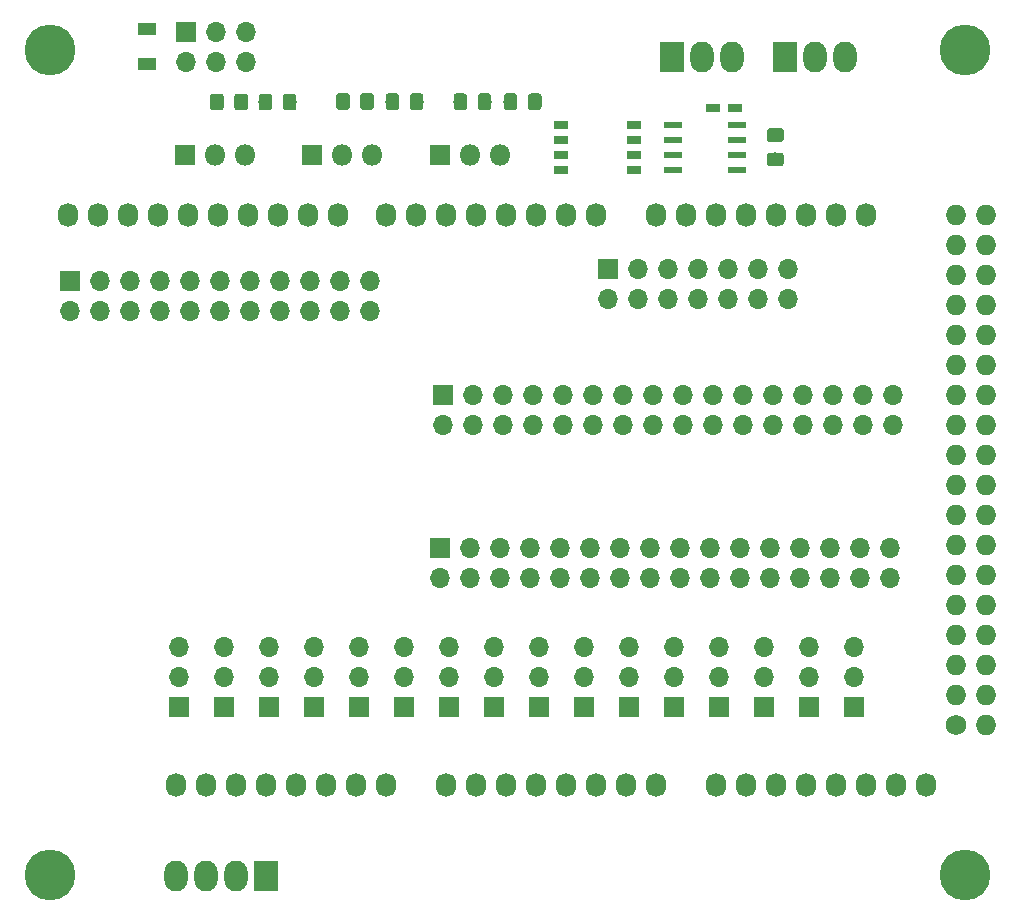
<source format=gbr>
G04 #@! TF.GenerationSoftware,KiCad,Pcbnew,(5.1.4)-1*
G04 #@! TF.CreationDate,2019-12-11T21:30:26-08:00*
G04 #@! TF.ProjectId,MEGA IO,4d454741-2049-44f2-9e6b-696361645f70,-*
G04 #@! TF.SameCoordinates,Original*
G04 #@! TF.FileFunction,Soldermask,Top*
G04 #@! TF.FilePolarity,Negative*
%FSLAX46Y46*%
G04 Gerber Fmt 4.6, Leading zero omitted, Abs format (unit mm)*
G04 Created by KiCad (PCBNEW (5.1.4)-1) date 2019-12-11 21:30:26*
%MOMM*%
%LPD*%
G04 APERTURE LIST*
%ADD10R,2.000000X2.600000*%
%ADD11O,2.000000X2.600000*%
%ADD12R,1.200000X0.750000*%
%ADD13R,1.600000X1.000000*%
%ADD14R,1.700000X1.700000*%
%ADD15O,1.700000X1.700000*%
%ADD16C,4.300000*%
%ADD17R,1.550000X0.600000*%
%ADD18R,1.800000X1.800000*%
%ADD19O,1.800000X1.800000*%
%ADD20C,1.727200*%
%ADD21O,1.727200X1.727200*%
%ADD22O,1.727200X2.032000*%
%ADD23R,1.250000X0.760000*%
%ADD24C,0.100000*%
%ADD25C,1.150000*%
G04 APERTURE END LIST*
D10*
X136398000Y-126873000D03*
D11*
X133858000Y-126873000D03*
X131318000Y-126873000D03*
X128778000Y-126873000D03*
D12*
X176133800Y-61798200D03*
X174233800Y-61798200D03*
D13*
X126365000Y-55118000D03*
X126365000Y-58118000D03*
D14*
X129667000Y-55372000D03*
D15*
X129667000Y-57912000D03*
X132207000Y-55372000D03*
X132207000Y-57912000D03*
X134747000Y-55372000D03*
X134747000Y-57912000D03*
D16*
X118110000Y-126746000D03*
D17*
X170900000Y-63306000D03*
X170900000Y-64576000D03*
X170900000Y-65846000D03*
X170900000Y-67116000D03*
X176300000Y-67116000D03*
X176300000Y-65846000D03*
X176300000Y-64576000D03*
X176300000Y-63306000D03*
D18*
X140335000Y-65786000D03*
D19*
X142875000Y-65786000D03*
X145415000Y-65786000D03*
D20*
X194818000Y-114046000D03*
D21*
X197358000Y-114046000D03*
X194818000Y-111506000D03*
X197358000Y-111506000D03*
X194818000Y-108966000D03*
X197358000Y-108966000D03*
X194818000Y-106426000D03*
X197358000Y-106426000D03*
X194818000Y-103886000D03*
X197358000Y-103886000D03*
X194818000Y-101346000D03*
X197358000Y-101346000D03*
X194818000Y-98806000D03*
X197358000Y-98806000D03*
X194818000Y-96266000D03*
X197358000Y-96266000D03*
X194818000Y-93726000D03*
X197358000Y-93726000D03*
X194818000Y-91186000D03*
X197358000Y-91186000D03*
X194818000Y-88646000D03*
X197358000Y-88646000D03*
X194818000Y-86106000D03*
X197358000Y-86106000D03*
X194818000Y-83566000D03*
X197358000Y-83566000D03*
X194818000Y-81026000D03*
X197358000Y-81026000D03*
X194818000Y-78486000D03*
X197358000Y-78486000D03*
X194818000Y-75946000D03*
X197358000Y-75946000D03*
X194818000Y-73406000D03*
X197358000Y-73406000D03*
X194818000Y-70866000D03*
X197358000Y-70866000D03*
D22*
X128778000Y-119126000D03*
X131318000Y-119126000D03*
X133858000Y-119126000D03*
X136398000Y-119126000D03*
X138938000Y-119126000D03*
X141478000Y-119126000D03*
X144018000Y-119126000D03*
X146558000Y-119126000D03*
X151638000Y-119126000D03*
X154178000Y-119126000D03*
X156718000Y-119126000D03*
X159258000Y-119126000D03*
X161798000Y-119126000D03*
X164338000Y-119126000D03*
X166878000Y-119126000D03*
X169418000Y-119126000D03*
X174498000Y-119126000D03*
X177038000Y-119126000D03*
X179578000Y-119126000D03*
X182118000Y-119126000D03*
X184658000Y-119126000D03*
X187198000Y-119126000D03*
X189738000Y-119126000D03*
X192278000Y-119126000D03*
X119634000Y-70866000D03*
X122174000Y-70866000D03*
X124714000Y-70866000D03*
X127254000Y-70866000D03*
X129794000Y-70866000D03*
X132334000Y-70866000D03*
X134874000Y-70866000D03*
X137414000Y-70866000D03*
X139954000Y-70866000D03*
X142494000Y-70866000D03*
X146558000Y-70866000D03*
X149098000Y-70866000D03*
X151638000Y-70866000D03*
X154178000Y-70866000D03*
X156718000Y-70866000D03*
X159258000Y-70866000D03*
X161798000Y-70866000D03*
X164338000Y-70866000D03*
X169418000Y-70866000D03*
X171958000Y-70866000D03*
X174498000Y-70866000D03*
X177038000Y-70866000D03*
X179578000Y-70866000D03*
X182118000Y-70866000D03*
X184658000Y-70866000D03*
X187198000Y-70866000D03*
D10*
X170815000Y-57531000D03*
D11*
X173355000Y-57531000D03*
X175895000Y-57531000D03*
D10*
X180340000Y-57531000D03*
D11*
X182880000Y-57531000D03*
X185420000Y-57531000D03*
D16*
X195580000Y-126746000D03*
X118110000Y-56896000D03*
X195580000Y-56896000D03*
D18*
X129540000Y-65786000D03*
D19*
X132080000Y-65786000D03*
X134620000Y-65786000D03*
D18*
X151130000Y-65786000D03*
D19*
X153670000Y-65786000D03*
X156210000Y-65786000D03*
D23*
X167540000Y-67056000D03*
X161390000Y-63246000D03*
X167540000Y-65786000D03*
X161390000Y-64516000D03*
X167540000Y-64516000D03*
X161390000Y-65786000D03*
X167540000Y-63246000D03*
X161390000Y-67056000D03*
D14*
X119840000Y-76470000D03*
D15*
X119840000Y-79010000D03*
X122380000Y-76470000D03*
X122380000Y-79010000D03*
X124920000Y-76470000D03*
X124920000Y-79010000D03*
X127460000Y-76470000D03*
X127460000Y-79010000D03*
X130000000Y-76470000D03*
X130000000Y-79010000D03*
X132540000Y-76470000D03*
X132540000Y-79010000D03*
X135080000Y-76470000D03*
X135080000Y-79010000D03*
X137620000Y-76470000D03*
X137620000Y-79010000D03*
X140160000Y-76470000D03*
X140160000Y-79010000D03*
X142700000Y-76470000D03*
X142700000Y-79010000D03*
X145240000Y-76470000D03*
X145240000Y-79010000D03*
D14*
X151384000Y-86106000D03*
D15*
X151384000Y-88646000D03*
X153924000Y-86106000D03*
X153924000Y-88646000D03*
X156464000Y-86106000D03*
X156464000Y-88646000D03*
X159004000Y-86106000D03*
X159004000Y-88646000D03*
X161544000Y-86106000D03*
X161544000Y-88646000D03*
X164084000Y-86106000D03*
X164084000Y-88646000D03*
X166624000Y-86106000D03*
X166624000Y-88646000D03*
X169164000Y-86106000D03*
X169164000Y-88646000D03*
X171704000Y-86106000D03*
X171704000Y-88646000D03*
X174244000Y-86106000D03*
X174244000Y-88646000D03*
X176784000Y-86106000D03*
X176784000Y-88646000D03*
X179324000Y-86106000D03*
X179324000Y-88646000D03*
X181864000Y-86106000D03*
X181864000Y-88646000D03*
X184404000Y-86106000D03*
X184404000Y-88646000D03*
X186944000Y-86106000D03*
X186944000Y-88646000D03*
X189484000Y-86106000D03*
X189484000Y-88646000D03*
D14*
X151130000Y-99060000D03*
D15*
X151130000Y-101600000D03*
X153670000Y-99060000D03*
X153670000Y-101600000D03*
X156210000Y-99060000D03*
X156210000Y-101600000D03*
X158750000Y-99060000D03*
X158750000Y-101600000D03*
X161290000Y-99060000D03*
X161290000Y-101600000D03*
X163830000Y-99060000D03*
X163830000Y-101600000D03*
X166370000Y-99060000D03*
X166370000Y-101600000D03*
X168910000Y-99060000D03*
X168910000Y-101600000D03*
X171450000Y-99060000D03*
X171450000Y-101600000D03*
X173990000Y-99060000D03*
X173990000Y-101600000D03*
X176530000Y-99060000D03*
X176530000Y-101600000D03*
X179070000Y-99060000D03*
X179070000Y-101600000D03*
X181610000Y-99060000D03*
X181610000Y-101600000D03*
X184150000Y-99060000D03*
X184150000Y-101600000D03*
X186690000Y-99060000D03*
X186690000Y-101600000D03*
X189230000Y-99060000D03*
X189230000Y-101600000D03*
D14*
X129032000Y-112522000D03*
D15*
X129032000Y-109982000D03*
X129032000Y-107442000D03*
D14*
X132842000Y-112522000D03*
D15*
X132842000Y-109982000D03*
X132842000Y-107442000D03*
D14*
X136652000Y-112522000D03*
D15*
X136652000Y-109982000D03*
X136652000Y-107442000D03*
D14*
X140462000Y-112522000D03*
D15*
X140462000Y-109982000D03*
X140462000Y-107442000D03*
D14*
X144272000Y-112522000D03*
D15*
X144272000Y-109982000D03*
X144272000Y-107442000D03*
D14*
X148082000Y-112522000D03*
D15*
X148082000Y-109982000D03*
X148082000Y-107442000D03*
D14*
X151892000Y-112522000D03*
D15*
X151892000Y-109982000D03*
X151892000Y-107442000D03*
D14*
X155702000Y-112522000D03*
D15*
X155702000Y-109982000D03*
X155702000Y-107442000D03*
D14*
X159512000Y-112522000D03*
D15*
X159512000Y-109982000D03*
X159512000Y-107442000D03*
D14*
X163322000Y-112522000D03*
D15*
X163322000Y-109982000D03*
X163322000Y-107442000D03*
D14*
X167132000Y-112522000D03*
D15*
X167132000Y-109982000D03*
X167132000Y-107442000D03*
D14*
X170942000Y-112522000D03*
D15*
X170942000Y-109982000D03*
X170942000Y-107442000D03*
D14*
X174752000Y-112522000D03*
D15*
X174752000Y-109982000D03*
X174752000Y-107442000D03*
D14*
X178562000Y-112522000D03*
D15*
X178562000Y-109982000D03*
X178562000Y-107442000D03*
D14*
X182372000Y-112522000D03*
D15*
X182372000Y-109982000D03*
X182372000Y-107442000D03*
D14*
X186182000Y-112522000D03*
D15*
X186182000Y-109982000D03*
X186182000Y-107442000D03*
D14*
X165354000Y-75438000D03*
D15*
X165354000Y-77978000D03*
X167894000Y-75438000D03*
X167894000Y-77978000D03*
X170434000Y-75438000D03*
X170434000Y-77978000D03*
X172974000Y-75438000D03*
X172974000Y-77978000D03*
X175514000Y-75438000D03*
X175514000Y-77978000D03*
X178054000Y-75438000D03*
X178054000Y-77978000D03*
X180594000Y-75438000D03*
X180594000Y-77978000D03*
D24*
G36*
X180024505Y-63557204D02*
G01*
X180048773Y-63560804D01*
X180072572Y-63566765D01*
X180095671Y-63575030D01*
X180117850Y-63585520D01*
X180138893Y-63598132D01*
X180158599Y-63612747D01*
X180176777Y-63629223D01*
X180193253Y-63647401D01*
X180207868Y-63667107D01*
X180220480Y-63688150D01*
X180230970Y-63710329D01*
X180239235Y-63733428D01*
X180245196Y-63757227D01*
X180248796Y-63781495D01*
X180250000Y-63805999D01*
X180250000Y-64456001D01*
X180248796Y-64480505D01*
X180245196Y-64504773D01*
X180239235Y-64528572D01*
X180230970Y-64551671D01*
X180220480Y-64573850D01*
X180207868Y-64594893D01*
X180193253Y-64614599D01*
X180176777Y-64632777D01*
X180158599Y-64649253D01*
X180138893Y-64663868D01*
X180117850Y-64676480D01*
X180095671Y-64686970D01*
X180072572Y-64695235D01*
X180048773Y-64701196D01*
X180024505Y-64704796D01*
X180000001Y-64706000D01*
X179099999Y-64706000D01*
X179075495Y-64704796D01*
X179051227Y-64701196D01*
X179027428Y-64695235D01*
X179004329Y-64686970D01*
X178982150Y-64676480D01*
X178961107Y-64663868D01*
X178941401Y-64649253D01*
X178923223Y-64632777D01*
X178906747Y-64614599D01*
X178892132Y-64594893D01*
X178879520Y-64573850D01*
X178869030Y-64551671D01*
X178860765Y-64528572D01*
X178854804Y-64504773D01*
X178851204Y-64480505D01*
X178850000Y-64456001D01*
X178850000Y-63805999D01*
X178851204Y-63781495D01*
X178854804Y-63757227D01*
X178860765Y-63733428D01*
X178869030Y-63710329D01*
X178879520Y-63688150D01*
X178892132Y-63667107D01*
X178906747Y-63647401D01*
X178923223Y-63629223D01*
X178941401Y-63612747D01*
X178961107Y-63598132D01*
X178982150Y-63585520D01*
X179004329Y-63575030D01*
X179027428Y-63566765D01*
X179051227Y-63560804D01*
X179075495Y-63557204D01*
X179099999Y-63556000D01*
X180000001Y-63556000D01*
X180024505Y-63557204D01*
X180024505Y-63557204D01*
G37*
D25*
X179550000Y-64131000D03*
D24*
G36*
X180024505Y-65607204D02*
G01*
X180048773Y-65610804D01*
X180072572Y-65616765D01*
X180095671Y-65625030D01*
X180117850Y-65635520D01*
X180138893Y-65648132D01*
X180158599Y-65662747D01*
X180176777Y-65679223D01*
X180193253Y-65697401D01*
X180207868Y-65717107D01*
X180220480Y-65738150D01*
X180230970Y-65760329D01*
X180239235Y-65783428D01*
X180245196Y-65807227D01*
X180248796Y-65831495D01*
X180250000Y-65855999D01*
X180250000Y-66506001D01*
X180248796Y-66530505D01*
X180245196Y-66554773D01*
X180239235Y-66578572D01*
X180230970Y-66601671D01*
X180220480Y-66623850D01*
X180207868Y-66644893D01*
X180193253Y-66664599D01*
X180176777Y-66682777D01*
X180158599Y-66699253D01*
X180138893Y-66713868D01*
X180117850Y-66726480D01*
X180095671Y-66736970D01*
X180072572Y-66745235D01*
X180048773Y-66751196D01*
X180024505Y-66754796D01*
X180000001Y-66756000D01*
X179099999Y-66756000D01*
X179075495Y-66754796D01*
X179051227Y-66751196D01*
X179027428Y-66745235D01*
X179004329Y-66736970D01*
X178982150Y-66726480D01*
X178961107Y-66713868D01*
X178941401Y-66699253D01*
X178923223Y-66682777D01*
X178906747Y-66664599D01*
X178892132Y-66644893D01*
X178879520Y-66623850D01*
X178869030Y-66601671D01*
X178860765Y-66578572D01*
X178854804Y-66554773D01*
X178851204Y-66530505D01*
X178850000Y-66506001D01*
X178850000Y-65855999D01*
X178851204Y-65831495D01*
X178854804Y-65807227D01*
X178860765Y-65783428D01*
X178869030Y-65760329D01*
X178879520Y-65738150D01*
X178892132Y-65717107D01*
X178906747Y-65697401D01*
X178923223Y-65679223D01*
X178941401Y-65662747D01*
X178961107Y-65648132D01*
X178982150Y-65635520D01*
X179004329Y-65625030D01*
X179027428Y-65616765D01*
X179051227Y-65610804D01*
X179075495Y-65607204D01*
X179099999Y-65606000D01*
X180000001Y-65606000D01*
X180024505Y-65607204D01*
X180024505Y-65607204D01*
G37*
D25*
X179550000Y-66181000D03*
D24*
G36*
X132615650Y-60634521D02*
G01*
X132639918Y-60638121D01*
X132663717Y-60644082D01*
X132686816Y-60652347D01*
X132708995Y-60662837D01*
X132730038Y-60675449D01*
X132749744Y-60690064D01*
X132767922Y-60706540D01*
X132784398Y-60724718D01*
X132799013Y-60744424D01*
X132811625Y-60765467D01*
X132822115Y-60787646D01*
X132830380Y-60810745D01*
X132836341Y-60834544D01*
X132839941Y-60858812D01*
X132841145Y-60883316D01*
X132841145Y-61783318D01*
X132839941Y-61807822D01*
X132836341Y-61832090D01*
X132830380Y-61855889D01*
X132822115Y-61878988D01*
X132811625Y-61901167D01*
X132799013Y-61922210D01*
X132784398Y-61941916D01*
X132767922Y-61960094D01*
X132749744Y-61976570D01*
X132730038Y-61991185D01*
X132708995Y-62003797D01*
X132686816Y-62014287D01*
X132663717Y-62022552D01*
X132639918Y-62028513D01*
X132615650Y-62032113D01*
X132591146Y-62033317D01*
X131941144Y-62033317D01*
X131916640Y-62032113D01*
X131892372Y-62028513D01*
X131868573Y-62022552D01*
X131845474Y-62014287D01*
X131823295Y-62003797D01*
X131802252Y-61991185D01*
X131782546Y-61976570D01*
X131764368Y-61960094D01*
X131747892Y-61941916D01*
X131733277Y-61922210D01*
X131720665Y-61901167D01*
X131710175Y-61878988D01*
X131701910Y-61855889D01*
X131695949Y-61832090D01*
X131692349Y-61807822D01*
X131691145Y-61783318D01*
X131691145Y-60883316D01*
X131692349Y-60858812D01*
X131695949Y-60834544D01*
X131701910Y-60810745D01*
X131710175Y-60787646D01*
X131720665Y-60765467D01*
X131733277Y-60744424D01*
X131747892Y-60724718D01*
X131764368Y-60706540D01*
X131782546Y-60690064D01*
X131802252Y-60675449D01*
X131823295Y-60662837D01*
X131845474Y-60652347D01*
X131868573Y-60644082D01*
X131892372Y-60638121D01*
X131916640Y-60634521D01*
X131941144Y-60633317D01*
X132591146Y-60633317D01*
X132615650Y-60634521D01*
X132615650Y-60634521D01*
G37*
D25*
X132266145Y-61333317D03*
D24*
G36*
X134665650Y-60634521D02*
G01*
X134689918Y-60638121D01*
X134713717Y-60644082D01*
X134736816Y-60652347D01*
X134758995Y-60662837D01*
X134780038Y-60675449D01*
X134799744Y-60690064D01*
X134817922Y-60706540D01*
X134834398Y-60724718D01*
X134849013Y-60744424D01*
X134861625Y-60765467D01*
X134872115Y-60787646D01*
X134880380Y-60810745D01*
X134886341Y-60834544D01*
X134889941Y-60858812D01*
X134891145Y-60883316D01*
X134891145Y-61783318D01*
X134889941Y-61807822D01*
X134886341Y-61832090D01*
X134880380Y-61855889D01*
X134872115Y-61878988D01*
X134861625Y-61901167D01*
X134849013Y-61922210D01*
X134834398Y-61941916D01*
X134817922Y-61960094D01*
X134799744Y-61976570D01*
X134780038Y-61991185D01*
X134758995Y-62003797D01*
X134736816Y-62014287D01*
X134713717Y-62022552D01*
X134689918Y-62028513D01*
X134665650Y-62032113D01*
X134641146Y-62033317D01*
X133991144Y-62033317D01*
X133966640Y-62032113D01*
X133942372Y-62028513D01*
X133918573Y-62022552D01*
X133895474Y-62014287D01*
X133873295Y-62003797D01*
X133852252Y-61991185D01*
X133832546Y-61976570D01*
X133814368Y-61960094D01*
X133797892Y-61941916D01*
X133783277Y-61922210D01*
X133770665Y-61901167D01*
X133760175Y-61878988D01*
X133751910Y-61855889D01*
X133745949Y-61832090D01*
X133742349Y-61807822D01*
X133741145Y-61783318D01*
X133741145Y-60883316D01*
X133742349Y-60858812D01*
X133745949Y-60834544D01*
X133751910Y-60810745D01*
X133760175Y-60787646D01*
X133770665Y-60765467D01*
X133783277Y-60744424D01*
X133797892Y-60724718D01*
X133814368Y-60706540D01*
X133832546Y-60690064D01*
X133852252Y-60675449D01*
X133873295Y-60662837D01*
X133895474Y-60652347D01*
X133918573Y-60644082D01*
X133942372Y-60638121D01*
X133966640Y-60634521D01*
X133991144Y-60633317D01*
X134641146Y-60633317D01*
X134665650Y-60634521D01*
X134665650Y-60634521D01*
G37*
D25*
X134316145Y-61333317D03*
D24*
G36*
X138774505Y-60634521D02*
G01*
X138798773Y-60638121D01*
X138822572Y-60644082D01*
X138845671Y-60652347D01*
X138867850Y-60662837D01*
X138888893Y-60675449D01*
X138908599Y-60690064D01*
X138926777Y-60706540D01*
X138943253Y-60724718D01*
X138957868Y-60744424D01*
X138970480Y-60765467D01*
X138980970Y-60787646D01*
X138989235Y-60810745D01*
X138995196Y-60834544D01*
X138998796Y-60858812D01*
X139000000Y-60883316D01*
X139000000Y-61783318D01*
X138998796Y-61807822D01*
X138995196Y-61832090D01*
X138989235Y-61855889D01*
X138980970Y-61878988D01*
X138970480Y-61901167D01*
X138957868Y-61922210D01*
X138943253Y-61941916D01*
X138926777Y-61960094D01*
X138908599Y-61976570D01*
X138888893Y-61991185D01*
X138867850Y-62003797D01*
X138845671Y-62014287D01*
X138822572Y-62022552D01*
X138798773Y-62028513D01*
X138774505Y-62032113D01*
X138750001Y-62033317D01*
X138099999Y-62033317D01*
X138075495Y-62032113D01*
X138051227Y-62028513D01*
X138027428Y-62022552D01*
X138004329Y-62014287D01*
X137982150Y-62003797D01*
X137961107Y-61991185D01*
X137941401Y-61976570D01*
X137923223Y-61960094D01*
X137906747Y-61941916D01*
X137892132Y-61922210D01*
X137879520Y-61901167D01*
X137869030Y-61878988D01*
X137860765Y-61855889D01*
X137854804Y-61832090D01*
X137851204Y-61807822D01*
X137850000Y-61783318D01*
X137850000Y-60883316D01*
X137851204Y-60858812D01*
X137854804Y-60834544D01*
X137860765Y-60810745D01*
X137869030Y-60787646D01*
X137879520Y-60765467D01*
X137892132Y-60744424D01*
X137906747Y-60724718D01*
X137923223Y-60706540D01*
X137941401Y-60690064D01*
X137961107Y-60675449D01*
X137982150Y-60662837D01*
X138004329Y-60652347D01*
X138027428Y-60644082D01*
X138051227Y-60638121D01*
X138075495Y-60634521D01*
X138099999Y-60633317D01*
X138750001Y-60633317D01*
X138774505Y-60634521D01*
X138774505Y-60634521D01*
G37*
D25*
X138425000Y-61333317D03*
D24*
G36*
X136724505Y-60634521D02*
G01*
X136748773Y-60638121D01*
X136772572Y-60644082D01*
X136795671Y-60652347D01*
X136817850Y-60662837D01*
X136838893Y-60675449D01*
X136858599Y-60690064D01*
X136876777Y-60706540D01*
X136893253Y-60724718D01*
X136907868Y-60744424D01*
X136920480Y-60765467D01*
X136930970Y-60787646D01*
X136939235Y-60810745D01*
X136945196Y-60834544D01*
X136948796Y-60858812D01*
X136950000Y-60883316D01*
X136950000Y-61783318D01*
X136948796Y-61807822D01*
X136945196Y-61832090D01*
X136939235Y-61855889D01*
X136930970Y-61878988D01*
X136920480Y-61901167D01*
X136907868Y-61922210D01*
X136893253Y-61941916D01*
X136876777Y-61960094D01*
X136858599Y-61976570D01*
X136838893Y-61991185D01*
X136817850Y-62003797D01*
X136795671Y-62014287D01*
X136772572Y-62022552D01*
X136748773Y-62028513D01*
X136724505Y-62032113D01*
X136700001Y-62033317D01*
X136049999Y-62033317D01*
X136025495Y-62032113D01*
X136001227Y-62028513D01*
X135977428Y-62022552D01*
X135954329Y-62014287D01*
X135932150Y-62003797D01*
X135911107Y-61991185D01*
X135891401Y-61976570D01*
X135873223Y-61960094D01*
X135856747Y-61941916D01*
X135842132Y-61922210D01*
X135829520Y-61901167D01*
X135819030Y-61878988D01*
X135810765Y-61855889D01*
X135804804Y-61832090D01*
X135801204Y-61807822D01*
X135800000Y-61783318D01*
X135800000Y-60883316D01*
X135801204Y-60858812D01*
X135804804Y-60834544D01*
X135810765Y-60810745D01*
X135819030Y-60787646D01*
X135829520Y-60765467D01*
X135842132Y-60744424D01*
X135856747Y-60724718D01*
X135873223Y-60706540D01*
X135891401Y-60690064D01*
X135911107Y-60675449D01*
X135932150Y-60662837D01*
X135954329Y-60652347D01*
X135977428Y-60644082D01*
X136001227Y-60638121D01*
X136025495Y-60634521D01*
X136049999Y-60633317D01*
X136700001Y-60633317D01*
X136724505Y-60634521D01*
X136724505Y-60634521D01*
G37*
D25*
X136375000Y-61333317D03*
D24*
G36*
X145332910Y-60588361D02*
G01*
X145357178Y-60591961D01*
X145380977Y-60597922D01*
X145404076Y-60606187D01*
X145426255Y-60616677D01*
X145447298Y-60629289D01*
X145467004Y-60643904D01*
X145485182Y-60660380D01*
X145501658Y-60678558D01*
X145516273Y-60698264D01*
X145528885Y-60719307D01*
X145539375Y-60741486D01*
X145547640Y-60764585D01*
X145553601Y-60788384D01*
X145557201Y-60812652D01*
X145558405Y-60837156D01*
X145558405Y-61737158D01*
X145557201Y-61761662D01*
X145553601Y-61785930D01*
X145547640Y-61809729D01*
X145539375Y-61832828D01*
X145528885Y-61855007D01*
X145516273Y-61876050D01*
X145501658Y-61895756D01*
X145485182Y-61913934D01*
X145467004Y-61930410D01*
X145447298Y-61945025D01*
X145426255Y-61957637D01*
X145404076Y-61968127D01*
X145380977Y-61976392D01*
X145357178Y-61982353D01*
X145332910Y-61985953D01*
X145308406Y-61987157D01*
X144658404Y-61987157D01*
X144633900Y-61985953D01*
X144609632Y-61982353D01*
X144585833Y-61976392D01*
X144562734Y-61968127D01*
X144540555Y-61957637D01*
X144519512Y-61945025D01*
X144499806Y-61930410D01*
X144481628Y-61913934D01*
X144465152Y-61895756D01*
X144450537Y-61876050D01*
X144437925Y-61855007D01*
X144427435Y-61832828D01*
X144419170Y-61809729D01*
X144413209Y-61785930D01*
X144409609Y-61761662D01*
X144408405Y-61737158D01*
X144408405Y-60837156D01*
X144409609Y-60812652D01*
X144413209Y-60788384D01*
X144419170Y-60764585D01*
X144427435Y-60741486D01*
X144437925Y-60719307D01*
X144450537Y-60698264D01*
X144465152Y-60678558D01*
X144481628Y-60660380D01*
X144499806Y-60643904D01*
X144519512Y-60629289D01*
X144540555Y-60616677D01*
X144562734Y-60606187D01*
X144585833Y-60597922D01*
X144609632Y-60591961D01*
X144633900Y-60588361D01*
X144658404Y-60587157D01*
X145308406Y-60587157D01*
X145332910Y-60588361D01*
X145332910Y-60588361D01*
G37*
D25*
X144983405Y-61287157D03*
D24*
G36*
X143282910Y-60588361D02*
G01*
X143307178Y-60591961D01*
X143330977Y-60597922D01*
X143354076Y-60606187D01*
X143376255Y-60616677D01*
X143397298Y-60629289D01*
X143417004Y-60643904D01*
X143435182Y-60660380D01*
X143451658Y-60678558D01*
X143466273Y-60698264D01*
X143478885Y-60719307D01*
X143489375Y-60741486D01*
X143497640Y-60764585D01*
X143503601Y-60788384D01*
X143507201Y-60812652D01*
X143508405Y-60837156D01*
X143508405Y-61737158D01*
X143507201Y-61761662D01*
X143503601Y-61785930D01*
X143497640Y-61809729D01*
X143489375Y-61832828D01*
X143478885Y-61855007D01*
X143466273Y-61876050D01*
X143451658Y-61895756D01*
X143435182Y-61913934D01*
X143417004Y-61930410D01*
X143397298Y-61945025D01*
X143376255Y-61957637D01*
X143354076Y-61968127D01*
X143330977Y-61976392D01*
X143307178Y-61982353D01*
X143282910Y-61985953D01*
X143258406Y-61987157D01*
X142608404Y-61987157D01*
X142583900Y-61985953D01*
X142559632Y-61982353D01*
X142535833Y-61976392D01*
X142512734Y-61968127D01*
X142490555Y-61957637D01*
X142469512Y-61945025D01*
X142449806Y-61930410D01*
X142431628Y-61913934D01*
X142415152Y-61895756D01*
X142400537Y-61876050D01*
X142387925Y-61855007D01*
X142377435Y-61832828D01*
X142369170Y-61809729D01*
X142363209Y-61785930D01*
X142359609Y-61761662D01*
X142358405Y-61737158D01*
X142358405Y-60837156D01*
X142359609Y-60812652D01*
X142363209Y-60788384D01*
X142369170Y-60764585D01*
X142377435Y-60741486D01*
X142387925Y-60719307D01*
X142400537Y-60698264D01*
X142415152Y-60678558D01*
X142431628Y-60660380D01*
X142449806Y-60643904D01*
X142469512Y-60629289D01*
X142490555Y-60616677D01*
X142512734Y-60606187D01*
X142535833Y-60597922D01*
X142559632Y-60591961D01*
X142583900Y-60588361D01*
X142608404Y-60587157D01*
X143258406Y-60587157D01*
X143282910Y-60588361D01*
X143282910Y-60588361D01*
G37*
D25*
X142933405Y-61287157D03*
D24*
G36*
X147474505Y-60607204D02*
G01*
X147498773Y-60610804D01*
X147522572Y-60616765D01*
X147545671Y-60625030D01*
X147567850Y-60635520D01*
X147588893Y-60648132D01*
X147608599Y-60662747D01*
X147626777Y-60679223D01*
X147643253Y-60697401D01*
X147657868Y-60717107D01*
X147670480Y-60738150D01*
X147680970Y-60760329D01*
X147689235Y-60783428D01*
X147695196Y-60807227D01*
X147698796Y-60831495D01*
X147700000Y-60855999D01*
X147700000Y-61756001D01*
X147698796Y-61780505D01*
X147695196Y-61804773D01*
X147689235Y-61828572D01*
X147680970Y-61851671D01*
X147670480Y-61873850D01*
X147657868Y-61894893D01*
X147643253Y-61914599D01*
X147626777Y-61932777D01*
X147608599Y-61949253D01*
X147588893Y-61963868D01*
X147567850Y-61976480D01*
X147545671Y-61986970D01*
X147522572Y-61995235D01*
X147498773Y-62001196D01*
X147474505Y-62004796D01*
X147450001Y-62006000D01*
X146799999Y-62006000D01*
X146775495Y-62004796D01*
X146751227Y-62001196D01*
X146727428Y-61995235D01*
X146704329Y-61986970D01*
X146682150Y-61976480D01*
X146661107Y-61963868D01*
X146641401Y-61949253D01*
X146623223Y-61932777D01*
X146606747Y-61914599D01*
X146592132Y-61894893D01*
X146579520Y-61873850D01*
X146569030Y-61851671D01*
X146560765Y-61828572D01*
X146554804Y-61804773D01*
X146551204Y-61780505D01*
X146550000Y-61756001D01*
X146550000Y-60855999D01*
X146551204Y-60831495D01*
X146554804Y-60807227D01*
X146560765Y-60783428D01*
X146569030Y-60760329D01*
X146579520Y-60738150D01*
X146592132Y-60717107D01*
X146606747Y-60697401D01*
X146623223Y-60679223D01*
X146641401Y-60662747D01*
X146661107Y-60648132D01*
X146682150Y-60635520D01*
X146704329Y-60625030D01*
X146727428Y-60616765D01*
X146751227Y-60610804D01*
X146775495Y-60607204D01*
X146799999Y-60606000D01*
X147450001Y-60606000D01*
X147474505Y-60607204D01*
X147474505Y-60607204D01*
G37*
D25*
X147125000Y-61306000D03*
D24*
G36*
X149524505Y-60607204D02*
G01*
X149548773Y-60610804D01*
X149572572Y-60616765D01*
X149595671Y-60625030D01*
X149617850Y-60635520D01*
X149638893Y-60648132D01*
X149658599Y-60662747D01*
X149676777Y-60679223D01*
X149693253Y-60697401D01*
X149707868Y-60717107D01*
X149720480Y-60738150D01*
X149730970Y-60760329D01*
X149739235Y-60783428D01*
X149745196Y-60807227D01*
X149748796Y-60831495D01*
X149750000Y-60855999D01*
X149750000Y-61756001D01*
X149748796Y-61780505D01*
X149745196Y-61804773D01*
X149739235Y-61828572D01*
X149730970Y-61851671D01*
X149720480Y-61873850D01*
X149707868Y-61894893D01*
X149693253Y-61914599D01*
X149676777Y-61932777D01*
X149658599Y-61949253D01*
X149638893Y-61963868D01*
X149617850Y-61976480D01*
X149595671Y-61986970D01*
X149572572Y-61995235D01*
X149548773Y-62001196D01*
X149524505Y-62004796D01*
X149500001Y-62006000D01*
X148849999Y-62006000D01*
X148825495Y-62004796D01*
X148801227Y-62001196D01*
X148777428Y-61995235D01*
X148754329Y-61986970D01*
X148732150Y-61976480D01*
X148711107Y-61963868D01*
X148691401Y-61949253D01*
X148673223Y-61932777D01*
X148656747Y-61914599D01*
X148642132Y-61894893D01*
X148629520Y-61873850D01*
X148619030Y-61851671D01*
X148610765Y-61828572D01*
X148604804Y-61804773D01*
X148601204Y-61780505D01*
X148600000Y-61756001D01*
X148600000Y-60855999D01*
X148601204Y-60831495D01*
X148604804Y-60807227D01*
X148610765Y-60783428D01*
X148619030Y-60760329D01*
X148629520Y-60738150D01*
X148642132Y-60717107D01*
X148656747Y-60697401D01*
X148673223Y-60679223D01*
X148691401Y-60662747D01*
X148711107Y-60648132D01*
X148732150Y-60635520D01*
X148754329Y-60625030D01*
X148777428Y-60616765D01*
X148801227Y-60610804D01*
X148825495Y-60607204D01*
X148849999Y-60606000D01*
X149500001Y-60606000D01*
X149524505Y-60607204D01*
X149524505Y-60607204D01*
G37*
D25*
X149175000Y-61306000D03*
D24*
G36*
X153224505Y-60607204D02*
G01*
X153248773Y-60610804D01*
X153272572Y-60616765D01*
X153295671Y-60625030D01*
X153317850Y-60635520D01*
X153338893Y-60648132D01*
X153358599Y-60662747D01*
X153376777Y-60679223D01*
X153393253Y-60697401D01*
X153407868Y-60717107D01*
X153420480Y-60738150D01*
X153430970Y-60760329D01*
X153439235Y-60783428D01*
X153445196Y-60807227D01*
X153448796Y-60831495D01*
X153450000Y-60855999D01*
X153450000Y-61756001D01*
X153448796Y-61780505D01*
X153445196Y-61804773D01*
X153439235Y-61828572D01*
X153430970Y-61851671D01*
X153420480Y-61873850D01*
X153407868Y-61894893D01*
X153393253Y-61914599D01*
X153376777Y-61932777D01*
X153358599Y-61949253D01*
X153338893Y-61963868D01*
X153317850Y-61976480D01*
X153295671Y-61986970D01*
X153272572Y-61995235D01*
X153248773Y-62001196D01*
X153224505Y-62004796D01*
X153200001Y-62006000D01*
X152549999Y-62006000D01*
X152525495Y-62004796D01*
X152501227Y-62001196D01*
X152477428Y-61995235D01*
X152454329Y-61986970D01*
X152432150Y-61976480D01*
X152411107Y-61963868D01*
X152391401Y-61949253D01*
X152373223Y-61932777D01*
X152356747Y-61914599D01*
X152342132Y-61894893D01*
X152329520Y-61873850D01*
X152319030Y-61851671D01*
X152310765Y-61828572D01*
X152304804Y-61804773D01*
X152301204Y-61780505D01*
X152300000Y-61756001D01*
X152300000Y-60855999D01*
X152301204Y-60831495D01*
X152304804Y-60807227D01*
X152310765Y-60783428D01*
X152319030Y-60760329D01*
X152329520Y-60738150D01*
X152342132Y-60717107D01*
X152356747Y-60697401D01*
X152373223Y-60679223D01*
X152391401Y-60662747D01*
X152411107Y-60648132D01*
X152432150Y-60635520D01*
X152454329Y-60625030D01*
X152477428Y-60616765D01*
X152501227Y-60610804D01*
X152525495Y-60607204D01*
X152549999Y-60606000D01*
X153200001Y-60606000D01*
X153224505Y-60607204D01*
X153224505Y-60607204D01*
G37*
D25*
X152875000Y-61306000D03*
D24*
G36*
X155274505Y-60607204D02*
G01*
X155298773Y-60610804D01*
X155322572Y-60616765D01*
X155345671Y-60625030D01*
X155367850Y-60635520D01*
X155388893Y-60648132D01*
X155408599Y-60662747D01*
X155426777Y-60679223D01*
X155443253Y-60697401D01*
X155457868Y-60717107D01*
X155470480Y-60738150D01*
X155480970Y-60760329D01*
X155489235Y-60783428D01*
X155495196Y-60807227D01*
X155498796Y-60831495D01*
X155500000Y-60855999D01*
X155500000Y-61756001D01*
X155498796Y-61780505D01*
X155495196Y-61804773D01*
X155489235Y-61828572D01*
X155480970Y-61851671D01*
X155470480Y-61873850D01*
X155457868Y-61894893D01*
X155443253Y-61914599D01*
X155426777Y-61932777D01*
X155408599Y-61949253D01*
X155388893Y-61963868D01*
X155367850Y-61976480D01*
X155345671Y-61986970D01*
X155322572Y-61995235D01*
X155298773Y-62001196D01*
X155274505Y-62004796D01*
X155250001Y-62006000D01*
X154599999Y-62006000D01*
X154575495Y-62004796D01*
X154551227Y-62001196D01*
X154527428Y-61995235D01*
X154504329Y-61986970D01*
X154482150Y-61976480D01*
X154461107Y-61963868D01*
X154441401Y-61949253D01*
X154423223Y-61932777D01*
X154406747Y-61914599D01*
X154392132Y-61894893D01*
X154379520Y-61873850D01*
X154369030Y-61851671D01*
X154360765Y-61828572D01*
X154354804Y-61804773D01*
X154351204Y-61780505D01*
X154350000Y-61756001D01*
X154350000Y-60855999D01*
X154351204Y-60831495D01*
X154354804Y-60807227D01*
X154360765Y-60783428D01*
X154369030Y-60760329D01*
X154379520Y-60738150D01*
X154392132Y-60717107D01*
X154406747Y-60697401D01*
X154423223Y-60679223D01*
X154441401Y-60662747D01*
X154461107Y-60648132D01*
X154482150Y-60635520D01*
X154504329Y-60625030D01*
X154527428Y-60616765D01*
X154551227Y-60610804D01*
X154575495Y-60607204D01*
X154599999Y-60606000D01*
X155250001Y-60606000D01*
X155274505Y-60607204D01*
X155274505Y-60607204D01*
G37*
D25*
X154925000Y-61306000D03*
D24*
G36*
X159524505Y-60607204D02*
G01*
X159548773Y-60610804D01*
X159572572Y-60616765D01*
X159595671Y-60625030D01*
X159617850Y-60635520D01*
X159638893Y-60648132D01*
X159658599Y-60662747D01*
X159676777Y-60679223D01*
X159693253Y-60697401D01*
X159707868Y-60717107D01*
X159720480Y-60738150D01*
X159730970Y-60760329D01*
X159739235Y-60783428D01*
X159745196Y-60807227D01*
X159748796Y-60831495D01*
X159750000Y-60855999D01*
X159750000Y-61756001D01*
X159748796Y-61780505D01*
X159745196Y-61804773D01*
X159739235Y-61828572D01*
X159730970Y-61851671D01*
X159720480Y-61873850D01*
X159707868Y-61894893D01*
X159693253Y-61914599D01*
X159676777Y-61932777D01*
X159658599Y-61949253D01*
X159638893Y-61963868D01*
X159617850Y-61976480D01*
X159595671Y-61986970D01*
X159572572Y-61995235D01*
X159548773Y-62001196D01*
X159524505Y-62004796D01*
X159500001Y-62006000D01*
X158849999Y-62006000D01*
X158825495Y-62004796D01*
X158801227Y-62001196D01*
X158777428Y-61995235D01*
X158754329Y-61986970D01*
X158732150Y-61976480D01*
X158711107Y-61963868D01*
X158691401Y-61949253D01*
X158673223Y-61932777D01*
X158656747Y-61914599D01*
X158642132Y-61894893D01*
X158629520Y-61873850D01*
X158619030Y-61851671D01*
X158610765Y-61828572D01*
X158604804Y-61804773D01*
X158601204Y-61780505D01*
X158600000Y-61756001D01*
X158600000Y-60855999D01*
X158601204Y-60831495D01*
X158604804Y-60807227D01*
X158610765Y-60783428D01*
X158619030Y-60760329D01*
X158629520Y-60738150D01*
X158642132Y-60717107D01*
X158656747Y-60697401D01*
X158673223Y-60679223D01*
X158691401Y-60662747D01*
X158711107Y-60648132D01*
X158732150Y-60635520D01*
X158754329Y-60625030D01*
X158777428Y-60616765D01*
X158801227Y-60610804D01*
X158825495Y-60607204D01*
X158849999Y-60606000D01*
X159500001Y-60606000D01*
X159524505Y-60607204D01*
X159524505Y-60607204D01*
G37*
D25*
X159175000Y-61306000D03*
D24*
G36*
X157474505Y-60607204D02*
G01*
X157498773Y-60610804D01*
X157522572Y-60616765D01*
X157545671Y-60625030D01*
X157567850Y-60635520D01*
X157588893Y-60648132D01*
X157608599Y-60662747D01*
X157626777Y-60679223D01*
X157643253Y-60697401D01*
X157657868Y-60717107D01*
X157670480Y-60738150D01*
X157680970Y-60760329D01*
X157689235Y-60783428D01*
X157695196Y-60807227D01*
X157698796Y-60831495D01*
X157700000Y-60855999D01*
X157700000Y-61756001D01*
X157698796Y-61780505D01*
X157695196Y-61804773D01*
X157689235Y-61828572D01*
X157680970Y-61851671D01*
X157670480Y-61873850D01*
X157657868Y-61894893D01*
X157643253Y-61914599D01*
X157626777Y-61932777D01*
X157608599Y-61949253D01*
X157588893Y-61963868D01*
X157567850Y-61976480D01*
X157545671Y-61986970D01*
X157522572Y-61995235D01*
X157498773Y-62001196D01*
X157474505Y-62004796D01*
X157450001Y-62006000D01*
X156799999Y-62006000D01*
X156775495Y-62004796D01*
X156751227Y-62001196D01*
X156727428Y-61995235D01*
X156704329Y-61986970D01*
X156682150Y-61976480D01*
X156661107Y-61963868D01*
X156641401Y-61949253D01*
X156623223Y-61932777D01*
X156606747Y-61914599D01*
X156592132Y-61894893D01*
X156579520Y-61873850D01*
X156569030Y-61851671D01*
X156560765Y-61828572D01*
X156554804Y-61804773D01*
X156551204Y-61780505D01*
X156550000Y-61756001D01*
X156550000Y-60855999D01*
X156551204Y-60831495D01*
X156554804Y-60807227D01*
X156560765Y-60783428D01*
X156569030Y-60760329D01*
X156579520Y-60738150D01*
X156592132Y-60717107D01*
X156606747Y-60697401D01*
X156623223Y-60679223D01*
X156641401Y-60662747D01*
X156661107Y-60648132D01*
X156682150Y-60635520D01*
X156704329Y-60625030D01*
X156727428Y-60616765D01*
X156751227Y-60610804D01*
X156775495Y-60607204D01*
X156799999Y-60606000D01*
X157450001Y-60606000D01*
X157474505Y-60607204D01*
X157474505Y-60607204D01*
G37*
D25*
X157125000Y-61306000D03*
M02*

</source>
